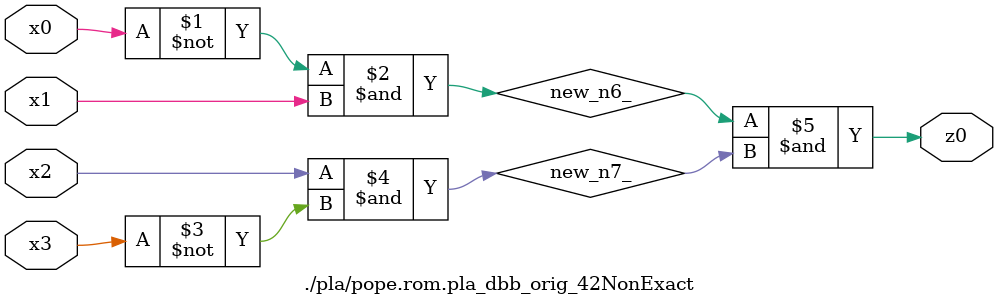
<source format=v>

module \./pla/pope.rom.pla_dbb_orig_42NonExact  ( 
    x0, x1, x2, x3,
    z0  );
  input  x0, x1, x2, x3;
  output z0;
  wire new_n6_, new_n7_;
  assign new_n6_ = ~x0 & x1;
  assign new_n7_ = x2 & ~x3;
  assign z0 = new_n6_ & new_n7_;
endmodule



</source>
